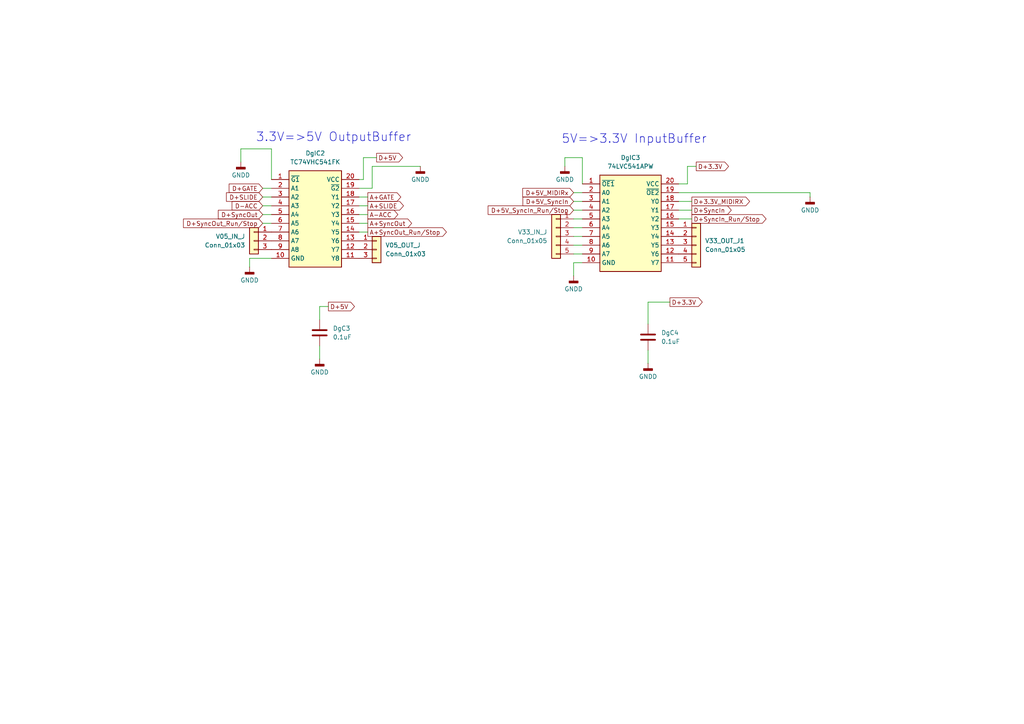
<source format=kicad_sch>
(kicad_sch (version 20231120) (generator "eeschema") (generator_version "8.0")
  (paper "A4")
  (lib_symbols
    (symbol "Connector_Generic:Conn_01x03" (pin_names (offset 1.016) hide)
      (property "Reference" "J" (at 0 5.08 0))
      (property "Value" "Conn_01x03" (at 0 -5.08 0))
      (symbol "Conn_01x03_1_1"
        (rectangle (start -1.27 -2.413) (end 0 -2.667) (stroke (width 0.1524)))
        (rectangle (start -1.27 0.127) (end 0 -0.127) (stroke (width 0.1524)))
        (rectangle (start -1.27 2.667) (end 0 2.413) (stroke (width 0.1524)))
        (rectangle (start -1.27 3.81) (end 1.27 -3.81) (stroke (width 0.254)) (fill (type background)))
        (pin passive line (at -5.08 2.54 0) (length 3.81) (name "Pin_1") (number "1"))
        (pin passive line (at -5.08 0 0) (length 3.81) (name "Pin_2") (number "2"))
        (pin passive line (at -5.08 -2.54 0) (length 3.81) (name "Pin_3") (number "3"))
      )
    )
    (symbol "Connector_Generic:Conn_01x05" (pin_names (offset 1.016) hide)
      (property "Reference" "J" (at 0 7.62 0))
      (property "Value" "Conn_01x05" (at 0 -7.62 0))
      (symbol "Conn_01x05_1_1"
        (rectangle (start -1.27 -4.953) (end 0 -5.207) (stroke (width 0.1524)))
        (rectangle (start -1.27 -2.413) (end 0 -2.667) (stroke (width 0.1524)))
        (rectangle (start -1.27 0.127) (end 0 -0.127) (stroke (width 0.1524)))
        (rectangle (start -1.27 2.667) (end 0 2.413) (stroke (width 0.1524)))
        (rectangle (start -1.27 5.207) (end 0 4.953) (stroke (width 0.1524)))
        (rectangle (start -1.27 6.35) (end 1.27 -6.35) (stroke (width 0.254)) (fill (type background)))
        (pin passive line (at -5.08 5.08 0) (length 3.81) (name "Pin_1") (number "1"))
        (pin passive line (at -5.08 2.54 0) (length 3.81) (name "Pin_2") (number "2"))
        (pin passive line (at -5.08 0 0) (length 3.81) (name "Pin_3") (number "3"))
        (pin passive line (at -5.08 -2.54 0) (length 3.81) (name "Pin_4") (number "4"))
        (pin passive line (at -5.08 -5.08 0) (length 3.81) (name "Pin_5") (number "5"))
      )
    )
    (symbol "Device:C" (pin_numbers hide) (pin_names (offset 0.254))
      (property "Reference" "C" (at 0.635 2.54 0))
      (property "Value" "C" (at 0.635 -2.54 0))
      (symbol "C_0_1"
        (polyline (pts (xy -2.032 -0.762) (xy 2.032 -0.762)) (stroke (width 0.508)))
        (polyline (pts (xy -2.032 0.762) (xy 2.032 0.762)) (stroke (width 0.508)))
      )
      (symbol "C_1_1"
        (pin passive line (at 0 3.81 270) (length 2.794) (name "~") (number "1"))
        (pin passive line (at 0 -3.81 90) (length 2.794) (name "~") (number "2"))
      )
    )
    (symbol "SamacSys_Parts:74LVC541APW"
      (property "Reference" "IC" (at 24.13 7.62 0))
      (property "Value" "74LVC541APW" (at 24.13 5.08 0))
      (symbol "74LVC541APW_1_1"
        (rectangle (start 5.08 2.54) (end 22.86 -25.4) (stroke (width 0.254)) (fill (type background)))
        (pin passive line (at 0 0 0) (length 5.08) (name "~{OE1}") (number "1"))
        (pin passive line (at 0 -22.86 0) (length 5.08) (name "GND") (number "10"))
        (pin passive line (at 27.94 -22.86 180) (length 5.08) (name "Y7") (number "11"))
        (pin passive line (at 27.94 -20.32 180) (length 5.08) (name "Y6") (number "12"))
        (pin passive line (at 27.94 -17.78 180) (length 5.08) (name "Y5") (number "13"))
        (pin passive line (at 27.94 -15.24 180) (length 5.08) (name "Y4") (number "14"))
        (pin passive line (at 27.94 -12.7 180) (length 5.08) (name "Y3") (number "15"))
        (pin passive line (at 27.94 -10.16 180) (length 5.08) (name "Y2") (number "16"))
        (pin passive line (at 27.94 -7.62 180) (length 5.08) (name "Y1") (number "17"))
        (pin passive line (at 27.94 -5.08 180) (length 5.08) (name "Y0") (number "18"))
        (pin passive line (at 27.94 -2.54 180) (length 5.08) (name "~{OE2}") (number "19"))
        (pin passive line (at 0 -2.54 0) (length 5.08) (name "A0") (number "2"))
        (pin passive line (at 27.94 0 180) (length 5.08) (name "VCC") (number "20"))
        (pin passive line (at 0 -5.08 0) (length 5.08) (name "A1") (number "3"))
        (pin passive line (at 0 -7.62 0) (length 5.08) (name "A2") (number "4"))
        (pin passive line (at 0 -10.16 0) (length 5.08) (name "A3") (number "5"))
        (pin passive line (at 0 -12.7 0) (length 5.08) (name "A4") (number "6"))
        (pin passive line (at 0 -15.24 0) (length 5.08) (name "A5") (number "7"))
        (pin passive line (at 0 -17.78 0) (length 5.08) (name "A6") (number "8"))
        (pin passive line (at 0 -20.32 0) (length 5.08) (name "A7") (number "9"))
      )
    )
    (symbol "SamacSys_Parts:TC74VHC541FK"
      (property "Reference" "IC" (at 21.59 7.62 0))
      (property "Value" "TC74VHC541FK" (at 21.59 5.08 0))
      (symbol "TC74VHC541FK_1_1"
        (rectangle (start 5.08 2.54) (end 20.32 -25.4) (stroke (width 0.254)) (fill (type background)))
        (pin passive line (at 0 0 0) (length 5.08) (name "~{G1}") (number "1"))
        (pin power_in line (at 0 -22.86 0) (length 5.08) (name "GND") (number "10"))
        (pin passive line (at 25.4 -22.86 180) (length 5.08) (name "Y8") (number "11"))
        (pin passive line (at 25.4 -20.32 180) (length 5.08) (name "Y7") (number "12"))
        (pin passive line (at 25.4 -17.78 180) (length 5.08) (name "Y6") (number "13"))
        (pin passive line (at 25.4 -15.24 180) (length 5.08) (name "Y5") (number "14"))
        (pin passive line (at 25.4 -12.7 180) (length 5.08) (name "Y4") (number "15"))
        (pin passive line (at 25.4 -10.16 180) (length 5.08) (name "Y3") (number "16"))
        (pin passive line (at 25.4 -7.62 180) (length 5.08) (name "Y2") (number "17"))
        (pin passive line (at 25.4 -5.08 180) (length 5.08) (name "Y1") (number "18"))
        (pin passive line (at 25.4 -2.54 180) (length 5.08) (name "~{G2}") (number "19"))
        (pin passive line (at 0 -2.54 0) (length 5.08) (name "A1") (number "2"))
        (pin power_in line (at 25.4 0 180) (length 5.08) (name "VCC") (number "20"))
        (pin passive line (at 0 -5.08 0) (length 5.08) (name "A2") (number "3"))
        (pin passive line (at 0 -7.62 0) (length 5.08) (name "A3") (number "4"))
        (pin passive line (at 0 -10.16 0) (length 5.08) (name "A4") (number "5"))
        (pin passive line (at 0 -12.7 0) (length 5.08) (name "A5") (number "6"))
        (pin passive line (at 0 -15.24 0) (length 5.08) (name "A6") (number "7"))
        (pin passive line (at 0 -17.78 0) (length 5.08) (name "A7") (number "8"))
        (pin passive line (at 0 -20.32 0) (length 5.08) (name "A8") (number "9"))
      )
    )
    (symbol "power:GNDD" (power) (pin_numbers hide) (pin_names (offset 0) hide)
      (property "Value" "GNDD" (at 0 -3.175 0))
      (symbol "GNDD_0_1"
        (rectangle (start -1.27 -1.524) (end 1.27 -2.032) (stroke (width 0.254)) (fill (type outline)))
        (polyline (pts (xy 0 0) (xy 0 -1.524)))
      )
      (symbol "GNDD_1_1"
        (pin power_in line (at 0 0 270) (length 0) (name "~") (number "1"))
      )
    )
  )
  (wire (pts (xy 200.66 58.42) (xy 196.85 58.42)))
  (wire (pts (xy 105.41 45.72) (xy 105.41 52.07)))
  (wire (pts (xy 72.39 74.93) (xy 72.39 77.47)))
  (wire (pts (xy 78.74 43.18) (xy 69.85 43.18)))
  (wire (pts (xy 187.96 87.63) (xy 187.96 93.98)))
  (wire (pts (xy 78.74 74.93) (xy 72.39 74.93)))
  (wire (pts (xy 76.2 59.69) (xy 78.74 59.69)))
  (wire (pts (xy 234.95 55.88) (xy 234.95 57.15)))
  (wire (pts (xy 166.37 60.96) (xy 168.91 60.96)))
  (wire (pts (xy 109.22 45.72) (xy 105.41 45.72)))
  (wire (pts (xy 200.66 60.96) (xy 196.85 60.96)))
  (wire (pts (xy 106.68 62.23) (xy 104.14 62.23)))
  (wire (pts (xy 194.31 87.63) (xy 187.96 87.63)))
  (wire (pts (xy 95.25 88.9) (xy 92.71 88.9)))
  (wire (pts (xy 201.93 48.26) (xy 199.39 48.26)))
  (wire (pts (xy 76.2 54.61) (xy 78.74 54.61)))
  (wire (pts (xy 166.37 73.66) (xy 168.91 73.66)))
  (wire (pts (xy 121.92 48.26) (xy 107.95 48.26)))
  (wire (pts (xy 106.68 57.15) (xy 104.14 57.15)))
  (wire (pts (xy 168.91 53.34) (xy 168.91 45.72)))
  (wire (pts (xy 187.96 101.6) (xy 187.96 105.41)))
  (wire (pts (xy 107.95 54.61) (xy 104.14 54.61)))
  (wire (pts (xy 106.68 67.31) (xy 104.14 67.31)))
  (wire (pts (xy 199.39 48.26) (xy 199.39 53.34)))
  (wire (pts (xy 106.68 59.69) (xy 104.14 59.69)))
  (wire (pts (xy 76.2 64.77) (xy 78.74 64.77)))
  (wire (pts (xy 168.91 45.72) (xy 163.83 45.72)))
  (wire (pts (xy 166.37 68.58) (xy 168.91 68.58)))
  (wire (pts (xy 166.37 58.42) (xy 168.91 58.42)))
  (wire (pts (xy 200.66 63.5) (xy 196.85 63.5)))
  (wire (pts (xy 92.71 100.33) (xy 92.71 104.14)))
  (wire (pts (xy 105.41 52.07) (xy 104.14 52.07)))
  (wire (pts (xy 69.85 43.18) (xy 69.85 46.99)))
  (wire (pts (xy 196.85 55.88) (xy 234.95 55.88)))
  (wire (pts (xy 166.37 55.88) (xy 168.91 55.88)))
  (wire (pts (xy 76.2 62.23) (xy 78.74 62.23)))
  (wire (pts (xy 166.37 63.5) (xy 168.91 63.5)))
  (wire (pts (xy 166.37 76.2) (xy 166.37 80.01)))
  (wire (pts (xy 166.37 71.12) (xy 168.91 71.12)))
  (wire (pts (xy 107.95 48.26) (xy 107.95 54.61)))
  (wire (pts (xy 199.39 53.34) (xy 196.85 53.34)))
  (wire (pts (xy 76.2 57.15) (xy 78.74 57.15)))
  (wire (pts (xy 106.68 64.77) (xy 104.14 64.77)))
  (wire (pts (xy 168.91 76.2) (xy 166.37 76.2)))
  (wire (pts (xy 166.37 66.04) (xy 168.91 66.04)))
  (wire (pts (xy 92.71 88.9) (xy 92.71 92.71)))
  (wire (pts (xy 78.74 52.07) (xy 78.74 43.18)))
  (wire (pts (xy 163.83 45.72) (xy 163.83 48.26)))
  (text "3.3V=>5V OutputBuffer" (at 74.168 39.878 0) (effects (font (size 2.54 2.54)) (justify left)))
  (text "5V=>3.3V InputBuffer" (at 162.814 40.386 0) (effects (font (size 2.54 2.54)) (justify left)))
  (global_label "A+SyncOut" (shape output) (at 106.68 64.77 0) (property "Intersheetrefs" "${INTERSHEET_REFS}" (effects (hide yes))))
  (global_label "A+SLIDE" (shape output) (at 106.68 59.69 0) (property "Intersheetrefs" "${INTERSHEET_REFS}" (effects (hide yes))))
  (global_label "D+5V" (shape output) (at 109.22 45.72 0) (property "Intersheetrefs" "${INTERSHEET_REFS}" (effects (hide yes))))
  (global_label "A+GATE" (shape output) (at 106.68 57.15 0) (property "Intersheetrefs" "${INTERSHEET_REFS}" (effects (hide yes))))
  (global_label "D+5V_SyncIn_Run/Stop" (shape input) (at 166.37 60.96 180) (property "Intersheetrefs" "${INTERSHEET_REFS}" (effects (hide yes))))
  (global_label "A+SyncOut_Run{slash}Stop" (shape output) (at 106.68 67.31 0) (property "Intersheetrefs" "${INTERSHEET_REFS}" (effects (hide yes))))
  (global_label "D+5V_MIDIRx" (shape input) (at 166.37 55.88 180) (property "Intersheetrefs" "${INTERSHEET_REFS}" (effects (hide yes))))
  (global_label "D+SyncOut_Run{slash}Stop" (shape input) (at 76.2 64.77 180) (property "Intersheetrefs" "${INTERSHEET_REFS}" (effects (hide yes))))
  (global_label "D+5V_SyncIn" (shape input) (at 166.37 58.42 180) (property "Intersheetrefs" "${INTERSHEET_REFS}" (effects (hide yes))))
  (global_label "D+3.3V" (shape output) (at 201.93 48.26 0) (property "Intersheetrefs" "${INTERSHEET_REFS}" (effects (hide yes))))
  (global_label "D+SyncIn" (shape output) (at 200.66 60.96 0) (property "Intersheetrefs" "${INTERSHEET_REFS}" (effects (hide yes))))
  (global_label "D+GATE" (shape input) (at 76.2 54.61 180) (property "Intersheetrefs" "${INTERSHEET_REFS}" (effects (hide yes))))
  (global_label "D-ACC" (shape input) (at 76.2 59.69 180) (property "Intersheetrefs" "${INTERSHEET_REFS}" (effects (hide yes))))
  (global_label "D+SyncIn_Run{slash}Stop" (shape output) (at 200.66 63.5 0) (property "Intersheetrefs" "${INTERSHEET_REFS}" (effects (hide yes))))
  (global_label "D+SLIDE" (shape input) (at 76.2 57.15 180) (property "Intersheetrefs" "${INTERSHEET_REFS}" (effects (hide yes))))
  (global_label "D+SyncOut" (shape input) (at 76.2 62.23 180) (property "Intersheetrefs" "${INTERSHEET_REFS}" (effects (hide yes))))
  (global_label "D+5V" (shape output) (at 95.25 88.9 0) (property "Intersheetrefs" "${INTERSHEET_REFS}" (effects (hide yes))))
  (global_label "D+3.3V" (shape output) (at 194.31 87.63 0) (property "Intersheetrefs" "${INTERSHEET_REFS}" (effects (hide yes))))
  (global_label "A-ACC" (shape output) (at 106.68 62.23 0) (property "Intersheetrefs" "${INTERSHEET_REFS}" (effects (hide yes))))
  (global_label "D+3.3V_MIDIRX" (shape output) (at 200.66 58.42 0) (property "Intersheetrefs" "${INTERSHEET_REFS}" (effects (hide yes))))
  (symbol (lib_id "Device:C") (at 92.71 96.52 0) (unit 1)
    (property "Reference" "DgC3" (at 96.52 95.2499 0) (effects (justify left)))
    (property "Value" "0.1uF" (at 96.52 97.7899 0) (effects (justify left)))
    (property "Footprint" "Capacitor_SMD:C_0805_2012Metric_Pad1.18x1.45mm_HandSolder" (effects (hide yes)))
    (property "Description" "Unpolarized capacitor" (effects (hide yes)))
  )
  (symbol (lib_id "Device:C") (at 187.96 97.79 0) (unit 1)
    (property "Reference" "DgC4" (at 191.77 96.5199 0) (effects (justify left)))
    (property "Value" "0.1uF" (at 191.77 99.0599 0) (effects (justify left)))
    (property "Footprint" "Capacitor_SMD:C_0805_2012Metric_Pad1.18x1.45mm_HandSolder" (effects (hide yes)))
    (property "Description" "Unpolarized capacitor" (effects (hide yes)))
  )
  (symbol (lib_id "SamacSys_Parts:74LVC541APW") (at 168.91 53.34 0) (unit 1)
    (property "Reference" "DgIC3" (at 182.88 45.72 0))
    (property "Value" "74LVC541APW" (at 182.88 48.26 0))
    (property "Footprint" "SOP65P640X110-20N" (effects (hide yes)))
    (property "Datasheet" "https://assets.nexperia.com/documents/data-sheet/74LVC541A.pdf" (effects (hide yes)))
    (property "Description" "NXP 74LVC541APW,112 Octal-Channel Buffer & Line Driver, 3-State, 20-Pin TSSOP" (effects (hide yes)))
    (property "Height" "1.1" (effects (hide yes)))
    (property "Manufacturer_Name" "Nexperia" (effects (hide yes)))
    (property "Manufacturer_Part_Number" "74LVC541APW" (effects (hide yes)))
    (property "Mouser Part Number" "771-74LVC541APW" (effects (hide yes)))
    (property "Mouser Price/Stock" "https://www.mouser.co.uk/ProductDetail/Nexperia/74LVC541APW?qs=KBAwV6Cvgt0NDFU06gjMiA%3D%3D" (effects (hide yes)))
  )
  (symbol (lib_id "Connector_Generic:Conn_01x05") (at 161.29 68.58 0) (mirror y) (unit 1)
    (property "Reference" "V33_IN_J" (at 158.75 67.3099 0) (effects (justify left)))
    (property "Value" "Conn_01x05" (at 158.75 69.8499 0) (effects (justify left)))
    (property "Footprint" "Connector_PinHeader_1.27mm:PinHeader_1x05_P1.27mm_Vertical" (effects (hide yes)))
    (property "Description" "Generic connector, single row, 01x05, script generated (kicad-library-utils/schlib/autogen/connector/)" (effects (hide yes)))
  )
  (symbol (lib_id "Connector_Generic:Conn_01x03") (at 109.22 72.39 0) (unit 1)
    (property "Reference" "V05_OUT_J" (at 111.76 71.1199 0) (effects (justify left)))
    (property "Value" "Conn_01x03" (at 111.76 73.6599 0) (effects (justify left)))
    (property "Footprint" "Connector_PinSocket_1.27mm:PinSocket_1x03_P1.27mm_Vertical" (effects (hide yes)))
    (property "Description" "Generic connector, single row, 01x03, script generated (kicad-library-utils/schlib/autogen/connector/)" (effects (hide yes)))
  )
  (symbol (lib_id "power:GNDD") (at 163.83 48.26 0) (unit 1)
    (property "Reference" "#PWR09" (effects (hide yes)))
    (property "Value" "GNDD" (at 163.83 52.07 0))
    (property "Description" "Power symbol creates a global label with name \"GNDD\" , digital ground" (effects (hide yes)))
  )
  (symbol (lib_id "power:GNDD") (at 72.39 77.47 0) (unit 1)
    (property "Reference" "#PWR08" (effects (hide yes)))
    (property "Value" "GNDD" (at 72.39 81.28 0))
    (property "Description" "Power symbol creates a global label with name \"GNDD\" , digital ground" (effects (hide yes)))
  )
  (symbol (lib_id "power:GNDD") (at 92.71 104.14 0) (unit 1)
    (property "Reference" "#PWR028" (effects (hide yes)))
    (property "Value" "GNDD" (at 92.71 107.95 0))
    (property "Description" "Power symbol creates a global label with name \"GNDD\" , digital ground" (effects (hide yes)))
  )
  (symbol (lib_id "Connector_Generic:Conn_01x03") (at 73.66 69.85 0) (mirror y) (unit 1)
    (property "Reference" "V05_IN_J" (at 71.12 68.5799 0) (effects (justify left)))
    (property "Value" "Conn_01x03" (at 71.12 71.1199 0) (effects (justify left)))
    (property "Footprint" "Connector_PinSocket_1.27mm:PinSocket_1x03_P1.27mm_Vertical" (effects (hide yes)))
    (property "Description" "Generic connector, single row, 01x03, script generated (kicad-library-utils/schlib/autogen/connector/)" (effects (hide yes)))
  )
  (symbol (lib_id "power:GNDD") (at 121.92 48.26 0) (unit 1)
    (property "Reference" "#PWR035" (effects (hide yes)))
    (property "Value" "GNDD" (at 121.92 52.07 0))
    (property "Description" "Power symbol creates a global label with name \"GNDD\" , digital ground" (effects (hide yes)))
  )
  (symbol (lib_id "power:GNDD") (at 234.95 57.15 0) (unit 1)
    (property "Reference" "#PWR011" (effects (hide yes)))
    (property "Value" "GNDD" (at 234.95 60.96 0))
    (property "Description" "Power symbol creates a global label with name \"GNDD\" , digital ground" (effects (hide yes)))
  )
  (symbol (lib_id "Connector_Generic:Conn_01x05") (at 201.93 71.12 0) (unit 1)
    (property "Reference" "V33_OUT_J1" (at 204.47 69.8499 0) (effects (justify left)))
    (property "Value" "Conn_01x05" (at 204.47 72.3899 0) (effects (justify left)))
    (property "Footprint" "Connector_PinHeader_1.27mm:PinHeader_1x05_P1.27mm_Vertical" (effects (hide yes)))
    (property "Description" "Generic connector, single row, 01x05, script generated (kicad-library-utils/schlib/autogen/connector/)" (effects (hide yes)))
  )
  (symbol (lib_id "power:GNDD") (at 187.96 105.41 0) (unit 1)
    (property "Reference" "#PWR029" (effects (hide yes)))
    (property "Value" "GNDD" (at 187.96 109.22 0))
    (property "Description" "Power symbol creates a global label with name \"GNDD\" , digital ground" (effects (hide yes)))
  )
  (symbol (lib_id "power:GNDD") (at 69.85 46.99 0) (unit 1)
    (property "Reference" "#PWR034" (effects (hide yes)))
    (property "Value" "GNDD" (at 69.85 50.8 0))
    (property "Description" "Power symbol creates a global label with name \"GNDD\" , digital ground" (effects (hide yes)))
  )
  (symbol (lib_id "SamacSys_Parts:TC74VHC541FK") (at 78.74 52.07 0) (unit 1)
    (property "Reference" "DgIC2" (at 91.44 44.45 0))
    (property "Value" "TC74VHC541FK" (at 91.44 46.99 0))
    (property "Footprint" "SamacSys_Parts:SOP50P400X100-20N" (effects (hide yes)))
    (property "Description" "TOSHIBA CMOS Digital Integrated Circuit Silicon Monolithic " (effects (hide yes)))
    (property "Height" "1" (effects (hide yes)))
    (property "Manufacturer_Name" "Toshiba" (effects (hide yes)))
    (property "Manufacturer_Part_Number" "TC74VHC541FK" (effects (hide yes)))
    (property "Mouser Part Number" "757-TC74VHC541FK" (effects (hide yes)))
    (property "Mouser Price/Stock" "https://www.mouser.co.uk/ProductDetail/Toshiba/TC74VHC541FK?qs=YSwmw3WEQ5Tp5FODSmbvSQ%3D%3D" (effects (hide yes)))
  )
  (symbol (lib_id "power:GNDD") (at 166.37 80.01 0) (unit 1)
    (property "Reference" "#PWR010" (effects (hide yes)))
    (property "Value" "GNDD" (at 166.37 83.82 0))
    (property "Description" "Power symbol creates a global label with name \"GNDD\" , digital ground" (effects (hide yes)))
  )
)
</source>
